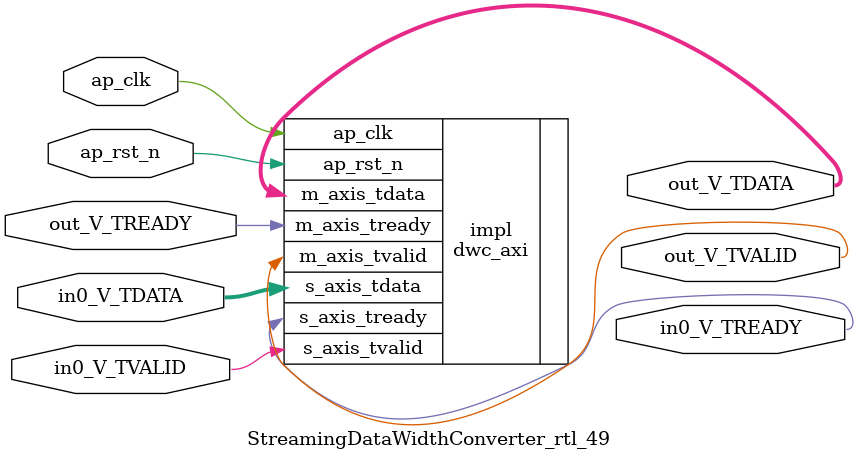
<source format=v>
/******************************************************************************
 * Copyright (C) 2023, Advanced Micro Devices, Inc.
 * All rights reserved.
 *
 * Redistribution and use in source and binary forms, with or without
 * modification, are permitted provided that the following conditions are met:
 *
 *  1. Redistributions of source code must retain the above copyright notice,
 *     this list of conditions and the following disclaimer.
 *
 *  2. Redistributions in binary form must reproduce the above copyright
 *     notice, this list of conditions and the following disclaimer in the
 *     documentation and/or other materials provided with the distribution.
 *
 *  3. Neither the name of the copyright holder nor the names of its
 *     contributors may be used to endorse or promote products derived from
 *     this software without specific prior written permission.
 *
 * THIS SOFTWARE IS PROVIDED BY THE COPYRIGHT HOLDERS AND CONTRIBUTORS "AS IS"
 * AND ANY EXPRESS OR IMPLIED WARRANTIES, INCLUDING, BUT NOT LIMITED TO,
 * THE IMPLIED WARRANTIES OF MERCHANTABILITY AND FITNESS FOR A PARTICULAR
 * PURPOSE ARE DISCLAIMED. IN NO EVENT SHALL THE COPYRIGHT HOLDER OR
 * CONTRIBUTORS BE LIABLE FOR ANY DIRECT, INDIRECT, INCIDENTAL, SPECIAL,
 * EXEMPLARY, OR CONSEQUENTIAL DAMAGES (INCLUDING, BUT NOT LIMITED TO,
 * PROCUREMENT OF SUBSTITUTE GOODS OR SERVICES; LOSS OF USE, DATA, OR PROFITS;
 * OR BUSINESS INTERRUPTION). HOWEVER CAUSED AND ON ANY THEORY OF LIABILITY,
 * WHETHER IN CONTRACT, STRICT LIABILITY, OR TORT (INCLUDING NEGLIGENCE OR
 * OTHERWISE) ARISING IN ANY WAY OUT OF THE USE OF THIS SOFTWARE, EVEN IF
 * ADVISED OF THE POSSIBILITY OF SUCH DAMAGE.
 *****************************************************************************/

module StreamingDataWidthConverter_rtl_49 #(
	parameter  IBITS = 320,
	parameter  OBITS = 5,

	parameter  AXI_IBITS = (IBITS+7)/8 * 8,
	parameter  AXI_OBITS = (OBITS+7)/8 * 8
)(
	//- Global Control ------------------
	(* X_INTERFACE_INFO = "xilinx.com:signal:clock:1.0 ap_clk CLK" *)
	(* X_INTERFACE_PARAMETER = "ASSOCIATED_BUSIF in0_V:out_V, ASSOCIATED_RESET ap_rst_n" *)
	input	ap_clk,
	(* X_INTERFACE_PARAMETER = "POLARITY ACTIVE_LOW" *)
	input	ap_rst_n,

	//- AXI Stream - Input --------------
	output	in0_V_TREADY,
	input	in0_V_TVALID,
	input	[AXI_IBITS-1:0]  in0_V_TDATA,

	//- AXI Stream - Output -------------
	input	out_V_TREADY,
	output	out_V_TVALID,
	output	[AXI_OBITS-1:0]  out_V_TDATA
);

	dwc_axi #(
		.IBITS(IBITS),
		.OBITS(OBITS)
	) impl (
		.ap_clk(ap_clk),
		.ap_rst_n(ap_rst_n),
		.s_axis_tready(in0_V_TREADY),
		.s_axis_tvalid(in0_V_TVALID),
		.s_axis_tdata(in0_V_TDATA),
		.m_axis_tready(out_V_TREADY),
		.m_axis_tvalid(out_V_TVALID),
		.m_axis_tdata(out_V_TDATA)
	);

endmodule

</source>
